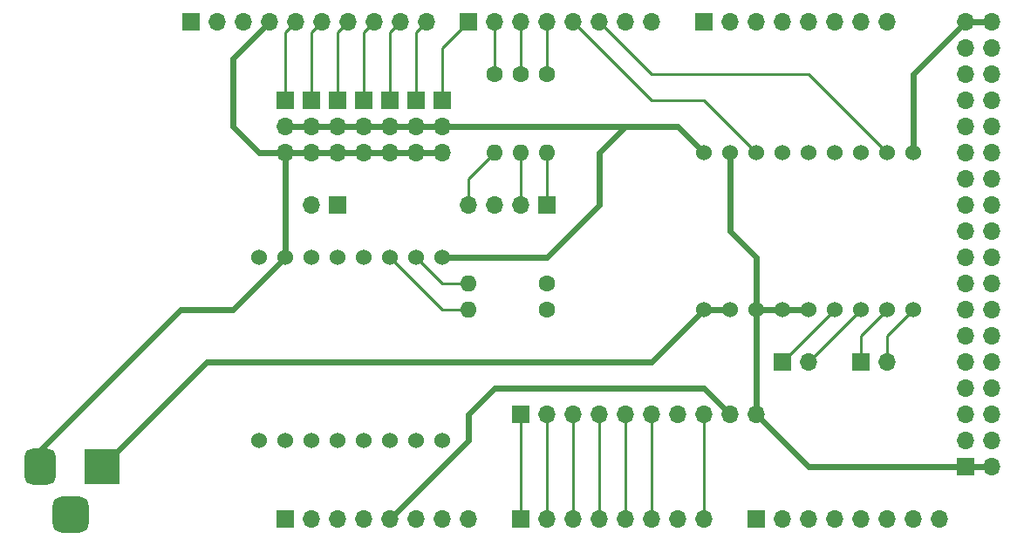
<source format=gbr>
%TF.GenerationSoftware,KiCad,Pcbnew,8.0.8*%
%TF.CreationDate,2025-01-28T02:14:56+09:00*%
%TF.ProjectId,mega_cir,6d656761-5f63-4697-922e-6b696361645f,rev?*%
%TF.SameCoordinates,Original*%
%TF.FileFunction,Copper,L1,Top*%
%TF.FilePolarity,Positive*%
%FSLAX46Y46*%
G04 Gerber Fmt 4.6, Leading zero omitted, Abs format (unit mm)*
G04 Created by KiCad (PCBNEW 8.0.8) date 2025-01-28 02:14:56*
%MOMM*%
%LPD*%
G01*
G04 APERTURE LIST*
G04 Aperture macros list*
%AMRoundRect*
0 Rectangle with rounded corners*
0 $1 Rounding radius*
0 $2 $3 $4 $5 $6 $7 $8 $9 X,Y pos of 4 corners*
0 Add a 4 corners polygon primitive as box body*
4,1,4,$2,$3,$4,$5,$6,$7,$8,$9,$2,$3,0*
0 Add four circle primitives for the rounded corners*
1,1,$1+$1,$2,$3*
1,1,$1+$1,$4,$5*
1,1,$1+$1,$6,$7*
1,1,$1+$1,$8,$9*
0 Add four rect primitives between the rounded corners*
20,1,$1+$1,$2,$3,$4,$5,0*
20,1,$1+$1,$4,$5,$6,$7,0*
20,1,$1+$1,$6,$7,$8,$9,0*
20,1,$1+$1,$8,$9,$2,$3,0*%
G04 Aperture macros list end*
%TA.AperFunction,ComponentPad*%
%ADD10R,1.700000X1.700000*%
%TD*%
%TA.AperFunction,ComponentPad*%
%ADD11O,1.700000X1.700000*%
%TD*%
%TA.AperFunction,ComponentPad*%
%ADD12C,1.524000*%
%TD*%
%TA.AperFunction,ComponentPad*%
%ADD13C,1.600000*%
%TD*%
%TA.AperFunction,ComponentPad*%
%ADD14O,1.600000X1.600000*%
%TD*%
%TA.AperFunction,ComponentPad*%
%ADD15R,3.500000X3.500000*%
%TD*%
%TA.AperFunction,ComponentPad*%
%ADD16RoundRect,0.750000X-0.750000X-1.000000X0.750000X-1.000000X0.750000X1.000000X-0.750000X1.000000X0*%
%TD*%
%TA.AperFunction,ComponentPad*%
%ADD17RoundRect,0.875000X-0.875000X-0.875000X0.875000X-0.875000X0.875000X0.875000X-0.875000X0.875000X0*%
%TD*%
%TA.AperFunction,Conductor*%
%ADD18C,0.600000*%
%TD*%
%TA.AperFunction,Conductor*%
%ADD19C,0.250000*%
%TD*%
G04 APERTURE END LIST*
D10*
%TO.P,D2,1,GA*%
%TO.N,Net-(D2-GA)*%
X53340000Y33020000D03*
D11*
%TO.P,D2,2,BA*%
%TO.N,Net-(D2-BA)*%
X50800000Y33020000D03*
%TO.P,D2,3,K*%
%TO.N,GND*%
X48260000Y33020000D03*
%TO.P,D2,4,RA*%
%TO.N,Net-(D2-RA)*%
X45720000Y33020000D03*
%TD*%
D12*
%TO.P,U2,1,VCC*%
%TO.N,+5V*%
X43180000Y27940000D03*
%TO.P,U2,2,RX*%
%TO.N,Net-(U2-RX)*%
X40640000Y27940000D03*
%TO.P,U2,3,TX*%
%TO.N,Net-(U2-TX)*%
X38100000Y27940000D03*
%TO.P,U2,4,DAC_R*%
%TO.N,unconnected-(U2-DAC_R-Pad4)*%
X35560000Y27940000D03*
%TO.P,U2,5,DAC_L*%
%TO.N,unconnected-(U2-DAC_L-Pad5)*%
X33020000Y27940000D03*
%TO.P,U2,6,SPK_1*%
%TO.N,Net-(J12-Pin_1)*%
X30480000Y27940000D03*
%TO.P,U2,7,GND*%
%TO.N,GND*%
X27940000Y27940000D03*
%TO.P,U2,8,SPK_2*%
%TO.N,Net-(J12-Pin_2)*%
X25400000Y27940000D03*
%TO.P,U2,9,IO_1*%
%TO.N,unconnected-(U2-IO_1-Pad9)*%
X25400000Y10160000D03*
%TO.P,U2,10,GND*%
%TO.N,unconnected-(U2-GND-Pad10)*%
X27940000Y10160000D03*
%TO.P,U2,11,IO_2*%
%TO.N,unconnected-(U2-IO_2-Pad11)*%
X30480000Y10160000D03*
%TO.P,U2,12,ADKEY_1*%
%TO.N,unconnected-(U2-ADKEY_1-Pad12)*%
X33020000Y10160000D03*
%TO.P,U2,13,ADKEY_2*%
%TO.N,unconnected-(U2-ADKEY_2-Pad13)*%
X35560000Y10160000D03*
%TO.P,U2,14,USB+*%
%TO.N,unconnected-(U2-USB+-Pad14)*%
X38100000Y10160000D03*
%TO.P,U2,15,USB-*%
%TO.N,unconnected-(U2-USB--Pad15)*%
X40640000Y10160000D03*
%TO.P,U2,16,BUSY*%
%TO.N,unconnected-(U2-BUSY-Pad16)*%
X43180000Y10160000D03*
%TD*%
%TO.P,U1,1,VM*%
%TO.N,VCC*%
X68580000Y22860000D03*
%TO.P,U1,2,VM*%
X71120000Y22860000D03*
%TO.P,U1,3,PGND*%
%TO.N,GND*%
X73660000Y22860000D03*
%TO.P,U1,4,PGND*%
X76200000Y22860000D03*
%TO.P,U1,5,PGND*%
X78740000Y22860000D03*
%TO.P,U1,6,AO_1*%
%TO.N,Net-(J10-Pin_1)*%
X81280000Y22860000D03*
%TO.P,U1,7,AO_2*%
%TO.N,Net-(J10-Pin_2)*%
X83820000Y22860000D03*
%TO.P,U1,8,BO_1*%
%TO.N,Net-(J11-Pin_1)*%
X86360000Y22860000D03*
%TO.P,U1,9,BO_2*%
%TO.N,Net-(J11-Pin_2)*%
X88900000Y22860000D03*
%TO.P,U1,10,SYBY*%
%TO.N,+5V*%
X88900000Y38100000D03*
%TO.P,U1,11,A_P*%
%TO.N,PWM_2*%
X86360000Y38100000D03*
%TO.P,U1,12,A_2*%
%TO.N,PIN_28*%
X83820000Y38100000D03*
%TO.P,U1,13,A_1*%
%TO.N,PIN_26*%
X81280000Y38100000D03*
%TO.P,U1,14,B_1*%
%TO.N,PIN_24*%
X78740000Y38100000D03*
%TO.P,U1,15,B_2*%
%TO.N,PIN_22*%
X76200000Y38100000D03*
%TO.P,U1,16,B_P*%
%TO.N,PWM_3*%
X73660000Y38100000D03*
%TO.P,U1,17,GND*%
%TO.N,GND*%
X71120000Y38100000D03*
%TO.P,U1,18,VCC*%
%TO.N,+5V*%
X68580000Y38100000D03*
%TD*%
D13*
%TO.P,R5,1*%
%TO.N,LED_G*%
X50800000Y45720000D03*
D14*
%TO.P,R5,2*%
%TO.N,Net-(D2-BA)*%
X50800000Y38100000D03*
%TD*%
D13*
%TO.P,R4,1*%
%TO.N,LED_B*%
X53340000Y45720000D03*
D14*
%TO.P,R4,2*%
%TO.N,Net-(D2-GA)*%
X53340000Y38100000D03*
%TD*%
D13*
%TO.P,R3,1*%
%TO.N,LED_R*%
X48260000Y45720000D03*
D14*
%TO.P,R3,2*%
%TO.N,Net-(D2-RA)*%
X48260000Y38100000D03*
%TD*%
D13*
%TO.P,R2,1*%
%TO.N,RX1*%
X53340000Y22860000D03*
D14*
%TO.P,R2,2*%
%TO.N,Net-(U2-TX)*%
X45720000Y22860000D03*
%TD*%
D13*
%TO.P,R1,1*%
%TO.N,TX1*%
X53340000Y25400000D03*
D14*
%TO.P,R1,2*%
%TO.N,Net-(U2-RX)*%
X45720000Y25400000D03*
%TD*%
D10*
%TO.P,M7,1,PWM*%
%TO.N,PWM_7*%
X43180000Y43180000D03*
D11*
%TO.P,M7,2,+*%
%TO.N,+5V*%
X43180000Y40640000D03*
%TO.P,M7,3,-*%
%TO.N,GND*%
X43180000Y38100000D03*
%TD*%
D10*
%TO.P,M6,1,PWM*%
%TO.N,PWM_8*%
X40640000Y43180000D03*
D11*
%TO.P,M6,2,+*%
%TO.N,+5V*%
X40640000Y40640000D03*
%TO.P,M6,3,-*%
%TO.N,GND*%
X40640000Y38100000D03*
%TD*%
%TO.P,M5,3,-*%
%TO.N,GND*%
X38100000Y38100000D03*
%TO.P,M5,2,+*%
%TO.N,+5V*%
X38100000Y40640000D03*
D10*
%TO.P,M5,1,PWM*%
%TO.N,PWM_9*%
X38100000Y43180000D03*
%TD*%
%TO.P,M4,1,PWM*%
%TO.N,PWM_10*%
X35560000Y43180000D03*
D11*
%TO.P,M4,2,+*%
%TO.N,+5V*%
X35560000Y40640000D03*
%TO.P,M4,3,-*%
%TO.N,GND*%
X35560000Y38100000D03*
%TD*%
D10*
%TO.P,M3,1,PWM*%
%TO.N,PWM_11*%
X33020000Y43180000D03*
D11*
%TO.P,M3,2,+*%
%TO.N,+5V*%
X33020000Y40640000D03*
%TO.P,M3,3,-*%
%TO.N,GND*%
X33020000Y38100000D03*
%TD*%
D10*
%TO.P,M2,1,PWM*%
%TO.N,PWM_12*%
X30480000Y43180000D03*
D11*
%TO.P,M2,2,+*%
%TO.N,+5V*%
X30480000Y40640000D03*
%TO.P,M2,3,-*%
%TO.N,GND*%
X30480000Y38100000D03*
%TD*%
D10*
%TO.P,M1,1,PWM*%
%TO.N,PWM_13*%
X27940000Y43180000D03*
D11*
%TO.P,M1,2,+*%
%TO.N,+5V*%
X27940000Y40640000D03*
%TO.P,M1,3,-*%
%TO.N,GND*%
X27940000Y38100000D03*
%TD*%
%TO.P,J12,2,Pin_2*%
%TO.N,Net-(J12-Pin_2)*%
X30480000Y33020000D03*
D10*
%TO.P,J12,1,Pin_1*%
%TO.N,Net-(J12-Pin_1)*%
X33020000Y33020000D03*
%TD*%
%TO.P,J11,1,Pin_1*%
%TO.N,Net-(J11-Pin_1)*%
X83820000Y17780000D03*
D11*
%TO.P,J11,2,Pin_2*%
%TO.N,Net-(J11-Pin_2)*%
X86360000Y17780000D03*
%TD*%
%TO.P,J10,2,Pin_2*%
%TO.N,Net-(J10-Pin_2)*%
X78740000Y17780000D03*
D10*
%TO.P,J10,1,Pin_1*%
%TO.N,Net-(J10-Pin_1)*%
X76200000Y17780000D03*
%TD*%
D15*
%TO.P,J9,1*%
%TO.N,VCC*%
X10160000Y7620000D03*
D16*
%TO.P,J9,2*%
%TO.N,GND*%
X4160000Y7620000D03*
D17*
%TO.P,J9,3*%
%TO.N,unconnected-(J9-Pad3)*%
X7160000Y2920000D03*
%TD*%
D10*
%TO.P,J8,1,Pin_1*%
%TO.N,A0*%
X50800000Y12700000D03*
D11*
%TO.P,J8,2,Pin_2*%
%TO.N,A1*%
X53340000Y12700000D03*
%TO.P,J8,3,Pin_3*%
%TO.N,A2*%
X55880000Y12700000D03*
%TO.P,J8,4,Pin_4*%
%TO.N,A3*%
X58420000Y12700000D03*
%TO.P,J8,5,Pin_5*%
%TO.N,A4*%
X60960000Y12700000D03*
%TO.P,J8,6,Pin_6*%
%TO.N,A5*%
X63500000Y12700000D03*
%TO.P,J8,7,Pin_7*%
%TO.N,A6*%
X66040000Y12700000D03*
%TO.P,J8,8,Pin_8*%
%TO.N,A7*%
X68580000Y12700000D03*
%TO.P,J8,9,Pin_9*%
%TO.N,+5V*%
X71120000Y12700000D03*
%TO.P,J8,10,Pin_10*%
%TO.N,GND*%
X73660000Y12700000D03*
%TD*%
%TO.P,J7,36,Pin_36*%
%TO.N,+5V*%
X96520000Y50800000D03*
%TO.P,J7,35,Pin_35*%
X93980000Y50800000D03*
%TO.P,J7,34,Pin_34*%
%TO.N,/23*%
X96520000Y48260000D03*
%TO.P,J7,33,Pin_33*%
%TO.N,PIN_22*%
X93980000Y48260000D03*
%TO.P,J7,32,Pin_32*%
%TO.N,/25*%
X96520000Y45720000D03*
%TO.P,J7,31,Pin_31*%
%TO.N,PIN_24*%
X93980000Y45720000D03*
%TO.P,J7,30,Pin_30*%
%TO.N,/27*%
X96520000Y43180000D03*
%TO.P,J7,29,Pin_29*%
%TO.N,PIN_26*%
X93980000Y43180000D03*
%TO.P,J7,28,Pin_28*%
%TO.N,/29*%
X96520000Y40640000D03*
%TO.P,J7,27,Pin_27*%
%TO.N,PIN_28*%
X93980000Y40640000D03*
%TO.P,J7,26,Pin_26*%
%TO.N,/31*%
X96520000Y38100000D03*
%TO.P,J7,25,Pin_25*%
%TO.N,/30*%
X93980000Y38100000D03*
%TO.P,J7,24,Pin_24*%
%TO.N,/33*%
X96520000Y35560000D03*
%TO.P,J7,23,Pin_23*%
%TO.N,/32*%
X93980000Y35560000D03*
%TO.P,J7,22,Pin_22*%
%TO.N,/35*%
X96520000Y33020000D03*
%TO.P,J7,21,Pin_21*%
%TO.N,/34*%
X93980000Y33020000D03*
%TO.P,J7,20,Pin_20*%
%TO.N,/37*%
X96520000Y30480000D03*
%TO.P,J7,19,Pin_19*%
%TO.N,/36*%
X93980000Y30480000D03*
%TO.P,J7,18,Pin_18*%
%TO.N,/39*%
X96520000Y27940000D03*
%TO.P,J7,17,Pin_17*%
%TO.N,/38*%
X93980000Y27940000D03*
%TO.P,J7,16,Pin_16*%
%TO.N,/41*%
X96520000Y25400000D03*
%TO.P,J7,15,Pin_15*%
%TO.N,/40*%
X93980000Y25400000D03*
%TO.P,J7,14,Pin_14*%
%TO.N,/43*%
X96520000Y22860000D03*
%TO.P,J7,13,Pin_13*%
%TO.N,/42*%
X93980000Y22860000D03*
%TO.P,J7,12,Pin_12*%
%TO.N,/\u002A45*%
X96520000Y20320000D03*
%TO.P,J7,11,Pin_11*%
%TO.N,/\u002A44*%
X93980000Y20320000D03*
%TO.P,J7,10,Pin_10*%
%TO.N,/47*%
X96520000Y17780000D03*
%TO.P,J7,9,Pin_9*%
%TO.N,/\u002A46*%
X93980000Y17780000D03*
%TO.P,J7,8,Pin_8*%
%TO.N,/49*%
X96520000Y15240000D03*
%TO.P,J7,7,Pin_7*%
%TO.N,/48*%
X93980000Y15240000D03*
%TO.P,J7,6,Pin_6*%
%TO.N,/51*%
X96520000Y12700000D03*
%TO.P,J7,5,Pin_5*%
%TO.N,/50*%
X93980000Y12700000D03*
%TO.P,J7,4,Pin_4*%
%TO.N,/53*%
X96520000Y10160000D03*
%TO.P,J7,3,Pin_3*%
%TO.N,/\u002A52*%
X93980000Y10160000D03*
%TO.P,J7,2,Pin_2*%
%TO.N,GND*%
X96520000Y7620000D03*
D10*
%TO.P,J7,1,Pin_1*%
X93980000Y7620000D03*
%TD*%
D11*
%TO.P,J1,8,Pin_8*%
%TO.N,/Vin*%
X45720000Y2540000D03*
%TO.P,J1,7,Pin_7*%
%TO.N,GND*%
X43180000Y2540000D03*
%TO.P,J1,6,Pin_6*%
X40640000Y2540000D03*
%TO.P,J1,5,Pin_5*%
%TO.N,+5V*%
X38100000Y2540000D03*
%TO.P,J1,4,Pin_4*%
%TO.N,+3V3*%
X35560000Y2540000D03*
%TO.P,J1,3,Pin_3*%
%TO.N,/~{RESET}*%
X33020000Y2540000D03*
%TO.P,J1,2,Pin_2*%
%TO.N,/IOREF*%
X30480000Y2540000D03*
D10*
%TO.P,J1,1,Pin_1*%
%TO.N,unconnected-(J1-Pin_1-Pad1)*%
X27940000Y2540000D03*
%TD*%
D11*
%TO.P,J3,8,Pin_8*%
%TO.N,A7*%
X68580000Y2540000D03*
%TO.P,J3,7,Pin_7*%
%TO.N,A6*%
X66040000Y2540000D03*
%TO.P,J3,6,Pin_6*%
%TO.N,A5*%
X63500000Y2540000D03*
%TO.P,J3,5,Pin_5*%
%TO.N,A4*%
X60960000Y2540000D03*
%TO.P,J3,4,Pin_4*%
%TO.N,A3*%
X58420000Y2540000D03*
%TO.P,J3,3,Pin_3*%
%TO.N,A2*%
X55880000Y2540000D03*
%TO.P,J3,2,Pin_2*%
%TO.N,A1*%
X53340000Y2540000D03*
D10*
%TO.P,J3,1,Pin_1*%
%TO.N,A0*%
X50800000Y2540000D03*
%TD*%
D11*
%TO.P,J5,8,Pin_8*%
%TO.N,/A15*%
X91440000Y2540000D03*
%TO.P,J5,7,Pin_7*%
%TO.N,/A14*%
X88900000Y2540000D03*
%TO.P,J5,6,Pin_6*%
%TO.N,/A13*%
X86360000Y2540000D03*
%TO.P,J5,5,Pin_5*%
%TO.N,/A12*%
X83820000Y2540000D03*
%TO.P,J5,4,Pin_4*%
%TO.N,/A11*%
X81280000Y2540000D03*
%TO.P,J5,3,Pin_3*%
%TO.N,/A10*%
X78740000Y2540000D03*
%TO.P,J5,2,Pin_2*%
%TO.N,/A9*%
X76200000Y2540000D03*
D10*
%TO.P,J5,1,Pin_1*%
%TO.N,/A8*%
X73660000Y2540000D03*
%TD*%
D11*
%TO.P,J2,10,Pin_10*%
%TO.N,PWM_8*%
X41656000Y50800000D03*
%TO.P,J2,9,Pin_9*%
%TO.N,PWM_9*%
X39116000Y50800000D03*
%TO.P,J2,8,Pin_8*%
%TO.N,PWM_10*%
X36576000Y50800000D03*
%TO.P,J2,7,Pin_7*%
%TO.N,PWM_11*%
X34036000Y50800000D03*
%TO.P,J2,6,Pin_6*%
%TO.N,PWM_12*%
X31496000Y50800000D03*
%TO.P,J2,5,Pin_5*%
%TO.N,PWM_13*%
X28956000Y50800000D03*
%TO.P,J2,4,Pin_4*%
%TO.N,GND*%
X26416000Y50800000D03*
%TO.P,J2,3,Pin_3*%
%TO.N,/AREF*%
X23876000Y50800000D03*
%TO.P,J2,2,Pin_2*%
%TO.N,/SDA{slash}20*%
X21336000Y50800000D03*
D10*
%TO.P,J2,1,Pin_1*%
%TO.N,/SCL{slash}21*%
X18796000Y50800000D03*
%TD*%
D11*
%TO.P,J4,8,Pin_8*%
%TO.N,/RX0{slash}0*%
X63500000Y50800000D03*
%TO.P,J4,7,Pin_7*%
%TO.N,/TX0{slash}1*%
X60960000Y50800000D03*
%TO.P,J4,6,Pin_6*%
%TO.N,PWM_2*%
X58420000Y50800000D03*
%TO.P,J4,5,Pin_5*%
%TO.N,PWM_3*%
X55880000Y50800000D03*
%TO.P,J4,4,Pin_4*%
%TO.N,LED_B*%
X53340000Y50800000D03*
%TO.P,J4,3,Pin_3*%
%TO.N,LED_G*%
X50800000Y50800000D03*
%TO.P,J4,2,Pin_2*%
%TO.N,LED_R*%
X48260000Y50800000D03*
D10*
%TO.P,J4,1,Pin_1*%
%TO.N,PWM_7*%
X45720000Y50800000D03*
%TD*%
D11*
%TO.P,J6,8,Pin_8*%
%TO.N,/SCL{slash}21*%
X86360000Y50800000D03*
%TO.P,J6,7,Pin_7*%
%TO.N,/SDA{slash}20*%
X83820000Y50800000D03*
%TO.P,J6,6,Pin_6*%
%TO.N,RX1*%
X81280000Y50800000D03*
%TO.P,J6,5,Pin_5*%
%TO.N,TX1*%
X78740000Y50800000D03*
%TO.P,J6,4,Pin_4*%
%TO.N,/RX2{slash}17*%
X76200000Y50800000D03*
%TO.P,J6,3,Pin_3*%
%TO.N,/TX2{slash}16*%
X73660000Y50800000D03*
%TO.P,J6,2,Pin_2*%
%TO.N,/RX3{slash}15*%
X71120000Y50800000D03*
D10*
%TO.P,J6,1,Pin_1*%
%TO.N,/TX3{slash}14*%
X68580000Y50800000D03*
%TD*%
D18*
%TO.N,+5V*%
X45720000Y12700000D02*
X45720000Y10160000D01*
X48260000Y15240000D02*
X45720000Y12700000D01*
X45720000Y10160000D02*
X38100000Y2540000D01*
X68580000Y15240000D02*
X48260000Y15240000D01*
X71120000Y12700000D02*
X68580000Y15240000D01*
D19*
%TO.N,Net-(J11-Pin_2)*%
X86360000Y20320000D02*
X88900000Y22860000D01*
X86360000Y17780000D02*
X86360000Y20320000D01*
D18*
%TO.N,GND*%
X17780000Y22860000D02*
X4160000Y9240000D01*
X22860000Y22860000D02*
X17780000Y22860000D01*
X4160000Y9240000D02*
X4160000Y7620000D01*
X27940000Y27940000D02*
X22860000Y22860000D01*
%TO.N,VCC*%
X68580000Y22860000D02*
X71120000Y22860000D01*
X63500000Y17780000D02*
X68580000Y22860000D01*
X20320000Y17780000D02*
X63500000Y17780000D01*
X10160000Y7620000D02*
X20320000Y17780000D01*
D19*
%TO.N,Net-(U2-TX)*%
X43180000Y22860000D02*
X45720000Y22860000D01*
X38100000Y27940000D02*
X43180000Y22860000D01*
D18*
%TO.N,+5V*%
X53340000Y27940000D02*
X43180000Y27940000D01*
X58420000Y33020000D02*
X53340000Y27940000D01*
X58420000Y38100000D02*
X58420000Y33020000D01*
X60960000Y40640000D02*
X58420000Y38100000D01*
X58420000Y40640000D02*
X66040000Y40640000D01*
X43180000Y40640000D02*
X58420000Y40640000D01*
X93980000Y50800000D02*
X96520000Y50800000D01*
X88900000Y45720000D02*
X93980000Y50800000D01*
X88900000Y38100000D02*
X88900000Y45720000D01*
D19*
%TO.N,Net-(J11-Pin_1)*%
X83820000Y20320000D02*
X83820000Y17780000D01*
X86360000Y22860000D02*
X83820000Y20320000D01*
%TO.N,Net-(J10-Pin_2)*%
X83820000Y22860000D02*
X78740000Y17780000D01*
%TO.N,Net-(J10-Pin_1)*%
X81280000Y22860000D02*
X76200000Y17780000D01*
D18*
%TO.N,+5V*%
X66040000Y40640000D02*
X68580000Y38100000D01*
%TO.N,GND*%
X78740000Y7620000D02*
X96520000Y7620000D01*
X73660000Y12700000D02*
X78740000Y7620000D01*
X73660000Y27940000D02*
X73660000Y22860000D01*
X71120000Y30480000D02*
X73660000Y27940000D01*
X71120000Y38100000D02*
X71120000Y30480000D01*
X73660000Y22860000D02*
X73660000Y12700000D01*
X78740000Y22860000D02*
X73660000Y22860000D01*
D19*
%TO.N,A7*%
X68580000Y12700000D02*
X68580000Y2540000D01*
%TO.N,A5*%
X63500000Y12700000D02*
X63500000Y2540000D01*
%TO.N,A4*%
X60960000Y12700000D02*
X60960000Y2540000D01*
%TO.N,A3*%
X58420000Y12700000D02*
X58420000Y2540000D01*
%TO.N,A2*%
X55880000Y12700000D02*
X55880000Y2540000D01*
%TO.N,A1*%
X53340000Y12700000D02*
X53340000Y2540000D01*
%TO.N,A0*%
X50800000Y12700000D02*
X50800000Y2540000D01*
%TO.N,PWM_3*%
X68580000Y43180000D02*
X73660000Y38100000D01*
X63500000Y43180000D02*
X68580000Y43180000D01*
X55880000Y50800000D02*
X63500000Y43180000D01*
%TO.N,PWM_2*%
X78740000Y45720000D02*
X86360000Y38100000D01*
X58420000Y50800000D02*
X63500000Y45720000D01*
X63500000Y45720000D02*
X78740000Y45720000D01*
%TO.N,Net-(U2-RX)*%
X43180000Y25400000D02*
X45720000Y25400000D01*
X40640000Y27940000D02*
X43180000Y25400000D01*
D18*
%TO.N,GND*%
X27940000Y38100000D02*
X27940000Y27940000D01*
X25400000Y38100000D02*
X27940000Y38100000D01*
X22860000Y40640000D02*
X25400000Y38100000D01*
X22860000Y47244000D02*
X22860000Y40640000D01*
X26416000Y50800000D02*
X22860000Y47244000D01*
D19*
%TO.N,Net-(D2-RA)*%
X45720000Y35560000D02*
X45720000Y33020000D01*
X48260000Y38100000D02*
X45720000Y35560000D01*
%TO.N,Net-(D2-BA)*%
X50800000Y38100000D02*
X50800000Y33020000D01*
%TO.N,Net-(D2-GA)*%
X53340000Y38100000D02*
X53340000Y33020000D01*
%TO.N,LED_B*%
X53340000Y50800000D02*
X53340000Y45720000D01*
%TO.N,LED_G*%
X50800000Y50800000D02*
X50800000Y45720000D01*
%TO.N,LED_R*%
X48260000Y50800000D02*
X48260000Y45720000D01*
%TO.N,PWM_7*%
X43180000Y48260000D02*
X45720000Y50800000D01*
X43180000Y43180000D02*
X43180000Y48260000D01*
%TO.N,PWM_8*%
X40640000Y49784000D02*
X41656000Y50800000D01*
X40640000Y43180000D02*
X40640000Y49784000D01*
%TO.N,PWM_9*%
X38100000Y49784000D02*
X39116000Y50800000D01*
X38100000Y43180000D02*
X38100000Y49784000D01*
%TO.N,PWM_10*%
X35560000Y49784000D02*
X36576000Y50800000D01*
X35560000Y43180000D02*
X35560000Y49784000D01*
%TO.N,PWM_11*%
X33020000Y49784000D02*
X34036000Y50800000D01*
X33020000Y43180000D02*
X33020000Y49784000D01*
%TO.N,PWM_13*%
X28956000Y50800000D02*
X27940000Y49784000D01*
X27940000Y49784000D02*
X27940000Y43180000D01*
%TO.N,PWM_12*%
X31496000Y50800000D02*
X30480000Y49784000D01*
X30480000Y49784000D02*
X30480000Y43180000D01*
D18*
%TO.N,+5V*%
X43180000Y40640000D02*
X27940000Y40640000D01*
%TO.N,GND*%
X27940000Y38100000D02*
X43180000Y38100000D01*
%TD*%
M02*

</source>
